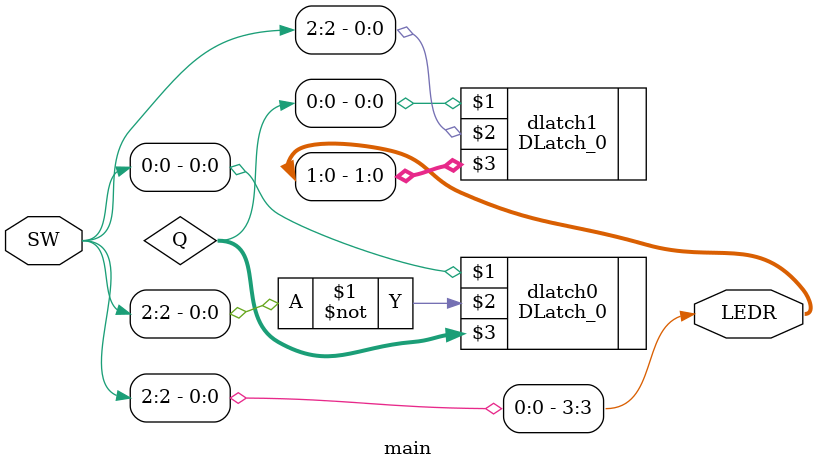
<source format=v>
module main (SW, LEDR);
	input [9:0] SW;
	output [9:0] LEDR;
	
	wire [1:0] Q;
	
	DLatch_0 dlatch0 (SW[0],~SW[2], Q);
	DLatch_0 dlatch1 (Q[0],SW[2], LEDR[1:0]);
	
	assign LEDR[3] = SW[2];

endmodule

</source>
